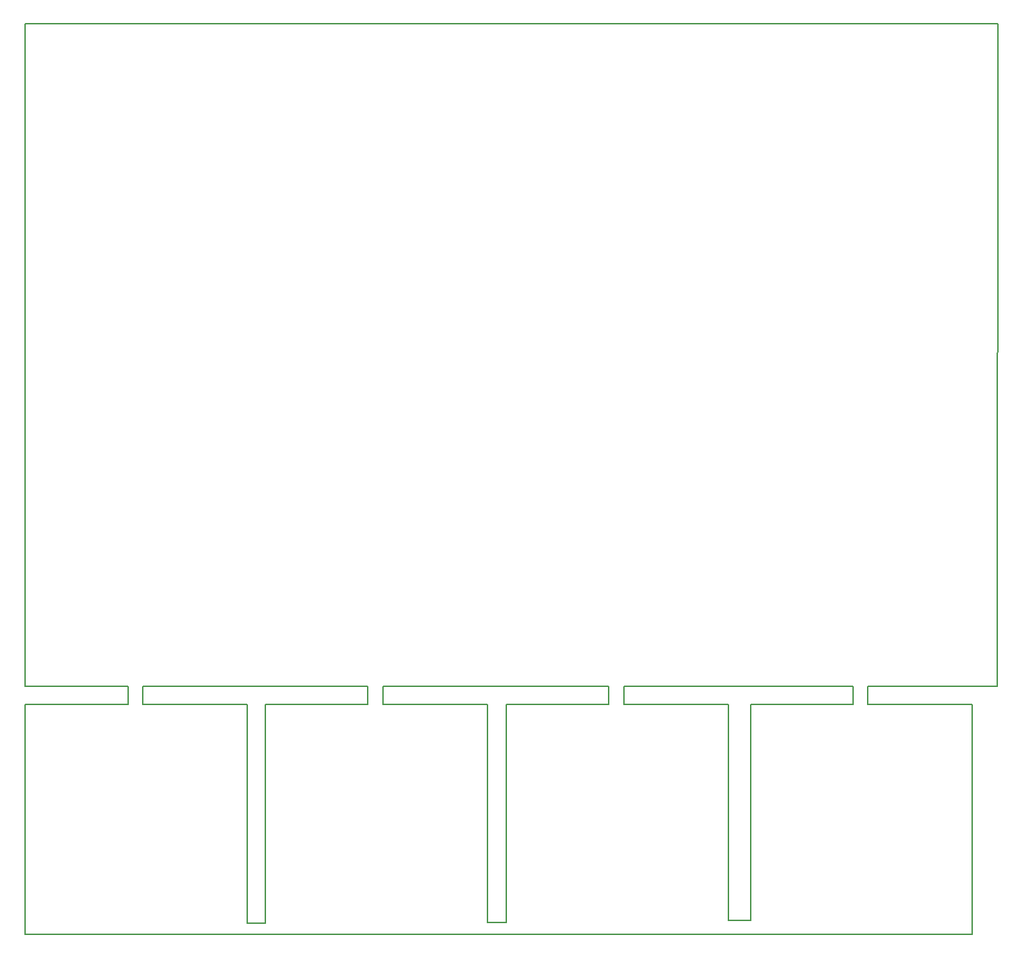
<source format=gbr>
G04 #@! TF.GenerationSoftware,KiCad,Pcbnew,5.1.3-ffb9f22~84~ubuntu18.04.1*
G04 #@! TF.CreationDate,2019-08-08T14:17:25+02:00*
G04 #@! TF.ProjectId,HiveCam,48697665-4361-46d2-9e6b-696361645f70,rev?*
G04 #@! TF.SameCoordinates,Original*
G04 #@! TF.FileFunction,Profile,NP*
%FSLAX46Y46*%
G04 Gerber Fmt 4.6, Leading zero omitted, Abs format (unit mm)*
G04 Created by KiCad (PCBNEW 5.1.3-ffb9f22~84~ubuntu18.04.1) date 2019-08-08 14:17:25*
%MOMM*%
%LPD*%
G04 APERTURE LIST*
%ADD10C,0.150000*%
G04 APERTURE END LIST*
D10*
X104698000Y-127365000D02*
X104698000Y-101065000D01*
X101998000Y-127365000D02*
X104698000Y-127365000D01*
X101998000Y-101065000D02*
X101998000Y-127365000D01*
X101998000Y-129065000D02*
X104698000Y-129065000D01*
X28998000Y-98865000D02*
X16498000Y-98865000D01*
X58198000Y-98865000D02*
X30798000Y-98865000D01*
X87498000Y-98865000D02*
X59998000Y-98865000D01*
X117198000Y-98865000D02*
X89298000Y-98865000D01*
X134698000Y-98865000D02*
X134798000Y-18365000D01*
X118998000Y-98865000D02*
X134698000Y-98865000D01*
X134498000Y-18365000D02*
X134798000Y-18365000D01*
X72698000Y-101065000D02*
X72698000Y-127565000D01*
X74998000Y-127565000D02*
X74998000Y-101065000D01*
X72698000Y-127565000D02*
X74998000Y-127565000D01*
X72698000Y-129065000D02*
X74998000Y-129065000D01*
X43498000Y-101065000D02*
X43498000Y-127665000D01*
X45698000Y-127665000D02*
X45698000Y-101065000D01*
X43498000Y-127665000D02*
X45698000Y-127665000D01*
X43498000Y-129065000D02*
X45698000Y-129065000D01*
X104698000Y-101065000D02*
X117198000Y-101065000D01*
X118998000Y-101065000D02*
X131698000Y-101065000D01*
X117198000Y-101065000D02*
X117198000Y-98865000D01*
X131698000Y-101065000D02*
X131698000Y-129065000D01*
X131698000Y-129065000D02*
X104698000Y-129065000D01*
X118998000Y-98865000D02*
X118998000Y-101065000D01*
X74998000Y-101065000D02*
X87498000Y-101065000D01*
X89298000Y-101065000D02*
X101998000Y-101065000D01*
X87498000Y-101065000D02*
X87498000Y-98865000D01*
X101998000Y-129065000D02*
X74998000Y-129065000D01*
X89298000Y-98865000D02*
X89298000Y-101065000D01*
X45698000Y-101065000D02*
X58198000Y-101065000D01*
X59998000Y-101065000D02*
X72698000Y-101065000D01*
X58198000Y-101065000D02*
X58198000Y-98865000D01*
X72698000Y-129065000D02*
X45698000Y-129065000D01*
X59998000Y-98865000D02*
X59998000Y-101065000D01*
X30798000Y-101065000D02*
X43498000Y-101065000D01*
X30798000Y-98865000D02*
X30798000Y-101065000D01*
X28998000Y-101065000D02*
X28998000Y-98865000D01*
X16498000Y-101065000D02*
X28998000Y-101065000D01*
X16498000Y-129065000D02*
X16498000Y-101065000D01*
X43498000Y-129065000D02*
X16498000Y-129065000D01*
X16498000Y-98865000D02*
X16498000Y-18365000D01*
X132998000Y-18365000D02*
X134498000Y-18365000D01*
X128998000Y-18365000D02*
X132998000Y-18365000D01*
X16498000Y-18365000D02*
X128998000Y-18365000D01*
M02*

</source>
